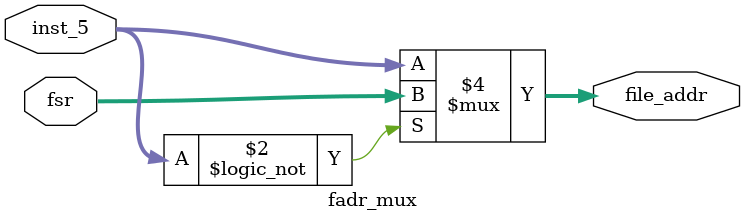
<source format=v>
module fadr_mux (
    input [4:0] inst_5,
    input [4:0] fsr,
    output reg [4:0] file_addr
);

always @(*) begin
    if (inst_5 == 5'b00000)
        file_addr = fsr;
    else
        file_addr = inst_5;
end

endmodule


</source>
